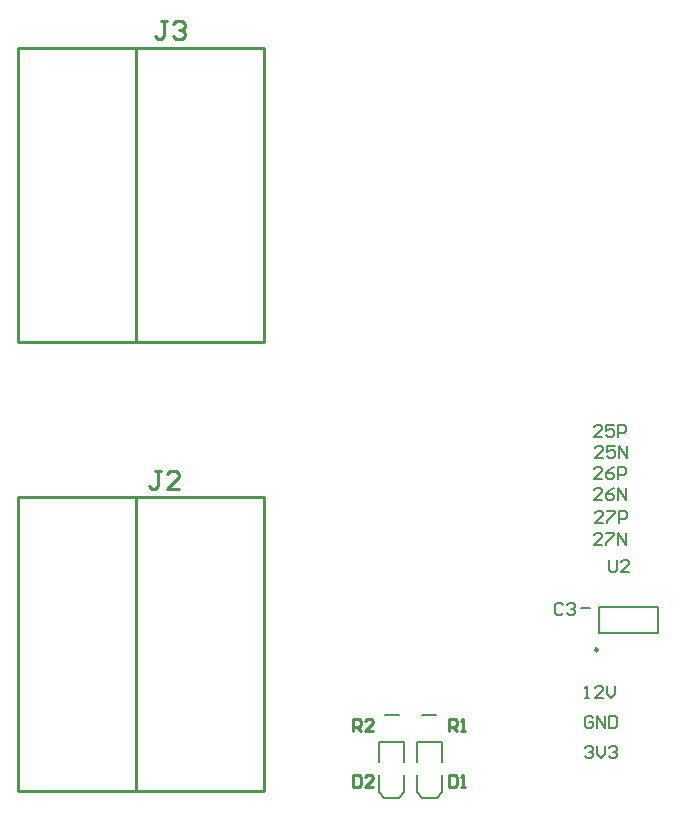
<source format=gto>
G04 Layer_Color=65535*
%FSLAX24Y24*%
%MOIN*%
G70*
G01*
G75*
%ADD18C,0.0100*%
%ADD34C,0.0098*%
%ADD35C,0.0079*%
%ADD36C,0.0080*%
D18*
X-8516Y11672D02*
Y21476D01*
X-16724Y11672D02*
Y21476D01*
X-12787Y11672D02*
Y21476D01*
X-16724Y11672D02*
X-8516D01*
X-16724Y21476D02*
X-8516D01*
Y-3295D02*
Y6508D01*
X-16724Y-3295D02*
Y6508D01*
X-12787Y-3295D02*
Y6508D01*
X-16724Y-3295D02*
X-8516D01*
X-16724Y6508D02*
X-8516D01*
X-5550Y-1300D02*
Y-900D01*
X-5350D01*
X-5283Y-967D01*
Y-1100D01*
X-5350Y-1167D01*
X-5550D01*
X-5417D02*
X-5283Y-1300D01*
X-4884D02*
X-5150D01*
X-4884Y-1033D01*
Y-967D01*
X-4950Y-900D01*
X-5083D01*
X-5150Y-967D01*
X-2350Y-1300D02*
Y-900D01*
X-2150D01*
X-2083Y-967D01*
Y-1100D01*
X-2150Y-1167D01*
X-2350D01*
X-2217D02*
X-2083Y-1300D01*
X-1950D02*
X-1817D01*
X-1883D01*
Y-900D01*
X-1950Y-967D01*
X-5550Y-2750D02*
Y-3150D01*
X-5350D01*
X-5283Y-3083D01*
Y-2817D01*
X-5350Y-2750D01*
X-5550D01*
X-4884Y-3150D02*
X-5150D01*
X-4884Y-2883D01*
Y-2817D01*
X-4950Y-2750D01*
X-5083D01*
X-5150Y-2817D01*
X-2350Y-2750D02*
Y-3150D01*
X-2150D01*
X-2083Y-3083D01*
Y-2817D01*
X-2150Y-2750D01*
X-2350D01*
X-1950Y-3150D02*
X-1817D01*
X-1883D01*
Y-2750D01*
X-1950Y-2817D01*
X-11748Y22372D02*
X-11948D01*
X-11848D01*
Y21872D01*
X-11948Y21772D01*
X-12048D01*
X-12148Y21872D01*
X-11548Y22272D02*
X-11448Y22372D01*
X-11248D01*
X-11148Y22272D01*
Y22172D01*
X-11248Y22072D01*
X-11348D01*
X-11248D01*
X-11148Y21972D01*
Y21872D01*
X-11248Y21772D01*
X-11448D01*
X-11548Y21872D01*
X-11948Y7372D02*
X-12148D01*
X-12048D01*
Y6872D01*
X-12148Y6772D01*
X-12248D01*
X-12348Y6872D01*
X-11348Y6772D02*
X-11748D01*
X-11348Y7172D01*
Y7272D01*
X-11448Y7372D01*
X-11648D01*
X-11748Y7272D01*
D34*
X2615Y1416D02*
G03*
X2615Y1416I-49J0D01*
G01*
D35*
X2045Y2799D02*
X2360D01*
X2666Y1967D02*
X4634D01*
X2666Y2833D02*
X4634D01*
X2666Y1967D02*
Y2833D01*
X4634Y1967D02*
Y2833D01*
X-3233Y-755D02*
X-2761D01*
X-4483D02*
X-4011D01*
X-3837Y-3335D02*
Y-2744D01*
X-4663Y-3335D02*
X-4506Y-3532D01*
X-3994D02*
X-3837Y-3335D01*
X-4663D02*
Y-2744D01*
X-4506Y-3532D02*
X-3994D01*
X-4663Y-1642D02*
X-3837D01*
Y-2311D02*
Y-1642D01*
X-4663Y-2311D02*
Y-1642D01*
X-2587Y-3335D02*
Y-2744D01*
X-3413Y-3335D02*
X-3256Y-3532D01*
X-2744D02*
X-2587Y-3335D01*
X-3413D02*
Y-2744D01*
X-3256Y-3532D02*
X-2744D01*
X-3413Y-1642D02*
X-2587D01*
Y-2311D02*
Y-1642D01*
X-3413Y-2311D02*
Y-1642D01*
D36*
X1452Y2918D02*
X1385Y2984D01*
X1252D01*
X1186Y2918D01*
Y2651D01*
X1252Y2584D01*
X1385D01*
X1452Y2651D01*
X1585Y2918D02*
X1652Y2984D01*
X1785D01*
X1852Y2918D01*
Y2851D01*
X1785Y2784D01*
X1719D01*
X1785D01*
X1852Y2718D01*
Y2651D01*
X1785Y2584D01*
X1652D01*
X1585Y2651D01*
X3000Y4400D02*
Y4067D01*
X3067Y4000D01*
X3200D01*
X3267Y4067D01*
Y4400D01*
X3666Y4000D02*
X3400D01*
X3666Y4267D01*
Y4333D01*
X3600Y4400D01*
X3467D01*
X3400Y4333D01*
X2200Y-1867D02*
X2267Y-1800D01*
X2400D01*
X2467Y-1867D01*
Y-1933D01*
X2400Y-2000D01*
X2333D01*
X2400D01*
X2467Y-2067D01*
Y-2133D01*
X2400Y-2200D01*
X2267D01*
X2200Y-2133D01*
X2600Y-1800D02*
Y-2067D01*
X2733Y-2200D01*
X2866Y-2067D01*
Y-1800D01*
X3000Y-1867D02*
X3066Y-1800D01*
X3200D01*
X3266Y-1867D01*
Y-1933D01*
X3200Y-2000D01*
X3133D01*
X3200D01*
X3266Y-2067D01*
Y-2133D01*
X3200Y-2200D01*
X3066D01*
X3000Y-2133D01*
X2467Y-867D02*
X2400Y-800D01*
X2267D01*
X2200Y-867D01*
Y-1133D01*
X2267Y-1200D01*
X2400D01*
X2467Y-1133D01*
Y-1000D01*
X2333D01*
X2600Y-1200D02*
Y-800D01*
X2866Y-1200D01*
Y-800D01*
X3000D02*
Y-1200D01*
X3200D01*
X3266Y-1133D01*
Y-867D01*
X3200Y-800D01*
X3000D01*
X2200Y-200D02*
X2333D01*
X2267D01*
Y200D01*
X2200Y133D01*
X2800Y-200D02*
X2533D01*
X2800Y67D01*
Y133D01*
X2733Y200D01*
X2600D01*
X2533Y133D01*
X2933Y200D02*
Y-67D01*
X3066Y-200D01*
X3200Y-67D01*
Y200D01*
X2767Y4900D02*
X2500D01*
X2767Y5167D01*
Y5233D01*
X2700Y5300D01*
X2567D01*
X2500Y5233D01*
X2900Y5300D02*
X3166D01*
Y5233D01*
X2900Y4967D01*
Y4900D01*
X3300D02*
Y5300D01*
X3566Y4900D01*
Y5300D01*
X2777Y5650D02*
X2510D01*
X2777Y5917D01*
Y5983D01*
X2710Y6050D01*
X2577D01*
X2510Y5983D01*
X2910Y6050D02*
X3176D01*
Y5983D01*
X2910Y5717D01*
Y5650D01*
X3310D02*
Y6050D01*
X3510D01*
X3576Y5983D01*
Y5850D01*
X3510Y5783D01*
X3310D01*
X2767Y7100D02*
X2500D01*
X2767Y7367D01*
Y7433D01*
X2700Y7500D01*
X2567D01*
X2500Y7433D01*
X3166Y7500D02*
X3033Y7433D01*
X2900Y7300D01*
Y7167D01*
X2967Y7100D01*
X3100D01*
X3166Y7167D01*
Y7233D01*
X3100Y7300D01*
X2900D01*
X3300Y7100D02*
Y7500D01*
X3500D01*
X3566Y7433D01*
Y7300D01*
X3500Y7233D01*
X3300D01*
X2767Y6400D02*
X2500D01*
X2767Y6667D01*
Y6733D01*
X2700Y6800D01*
X2567D01*
X2500Y6733D01*
X3166Y6800D02*
X3033Y6733D01*
X2900Y6600D01*
Y6467D01*
X2967Y6400D01*
X3100D01*
X3166Y6467D01*
Y6533D01*
X3100Y6600D01*
X2900D01*
X3300Y6400D02*
Y6800D01*
X3566Y6400D01*
Y6800D01*
X2777Y7800D02*
X2510D01*
X2777Y8067D01*
Y8133D01*
X2710Y8200D01*
X2577D01*
X2510Y8133D01*
X3176Y8200D02*
X2910D01*
Y8000D01*
X3043Y8067D01*
X3110D01*
X3176Y8000D01*
Y7867D01*
X3110Y7800D01*
X2977D01*
X2910Y7867D01*
X3310Y7800D02*
Y8200D01*
X3576Y7800D01*
Y8200D01*
X2767Y8500D02*
X2500D01*
X2767Y8767D01*
Y8833D01*
X2700Y8900D01*
X2567D01*
X2500Y8833D01*
X3166Y8900D02*
X2900D01*
Y8700D01*
X3033Y8767D01*
X3100D01*
X3166Y8700D01*
Y8567D01*
X3100Y8500D01*
X2967D01*
X2900Y8567D01*
X3300Y8500D02*
Y8900D01*
X3500D01*
X3566Y8833D01*
Y8700D01*
X3500Y8633D01*
X3300D01*
M02*

</source>
